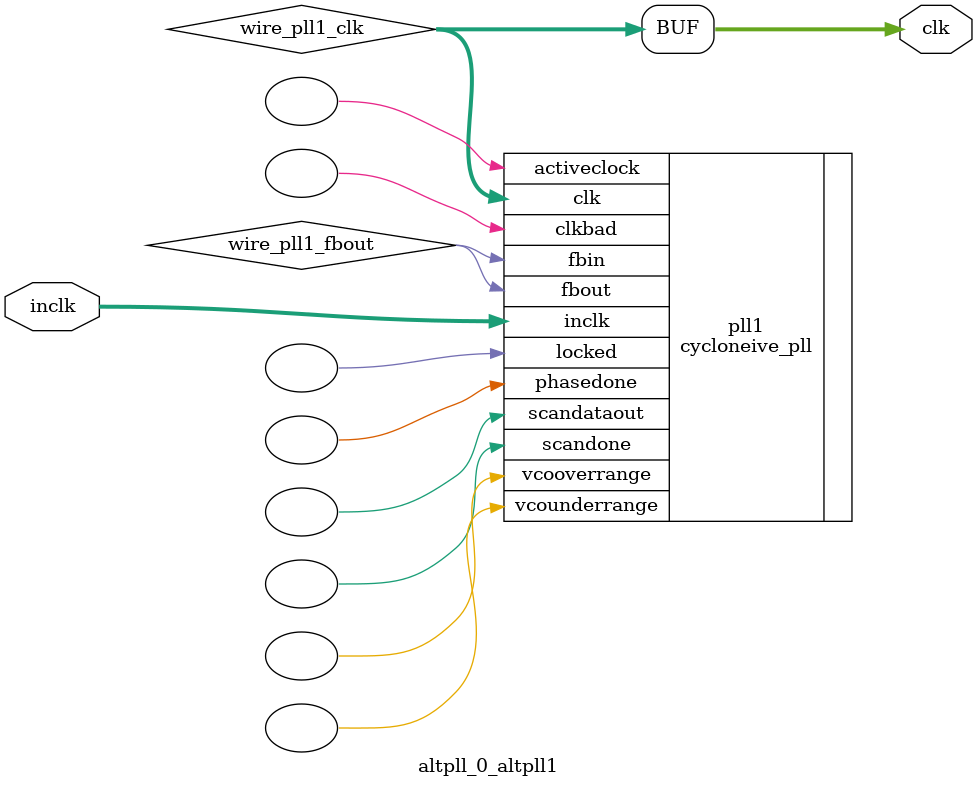
<source format=v>






//synthesis_resources = cycloneive_pll 1 
//synopsys translate_off
`timescale 1 ps / 1 ps
//synopsys translate_on
module  altpll_0_altpll1
	( 
	clk,
	inclk) /* synthesis synthesis_clearbox=1 */;
	output   [4:0]  clk;
	input   [1:0]  inclk;
`ifndef ALTERA_RESERVED_QIS
// synopsys translate_off
`endif
	tri0   [1:0]  inclk;
`ifndef ALTERA_RESERVED_QIS
// synopsys translate_on
`endif

	wire  [4:0]   wire_pll1_clk;
	wire  wire_pll1_fbout;

	cycloneive_pll   pll1
	( 
	.activeclock(),
	.clk(wire_pll1_clk),
	.clkbad(),
	.fbin(wire_pll1_fbout),
	.fbout(wire_pll1_fbout),
	.inclk(inclk),
	.locked(),
	.phasedone(),
	.scandataout(),
	.scandone(),
	.vcooverrange(),
	.vcounderrange()
	`ifndef FORMAL_VERIFICATION
	// synopsys translate_off
	`endif
	,
	.areset(1'b0),
	.clkswitch(1'b0),
	.configupdate(1'b0),
	.pfdena(1'b1),
	.phasecounterselect({3{1'b0}}),
	.phasestep(1'b0),
	.phaseupdown(1'b0),
	.scanclk(1'b0),
	.scanclkena(1'b1),
	.scandata(1'b0)
	`ifndef FORMAL_VERIFICATION
	// synopsys translate_on
	`endif
	);
	defparam
		pll1.bandwidth_type = "auto",
		pll1.clk0_divide_by = 1,
		pll1.clk0_duty_cycle = 50,
		pll1.clk0_multiply_by = 1,
		pll1.clk0_phase_shift = "0",
		pll1.clk1_divide_by = 4,
		pll1.clk1_duty_cycle = 50,
		pll1.clk1_multiply_by = 1,
		pll1.clk1_phase_shift = "0",
		pll1.clk2_divide_by = 4,
		pll1.clk2_duty_cycle = 50,
		pll1.clk2_multiply_by = 1,
		pll1.clk2_phase_shift = "0",
		pll1.inclk0_input_frequency = 80000,
		pll1.operation_mode = "no_compensation",
		pll1.pll_type = "auto",
		pll1.lpm_type = "cycloneive_pll";
	assign
		clk = {wire_pll1_clk[4:0]};
endmodule //altpll_0_altpll1
//VALID FILE

</source>
